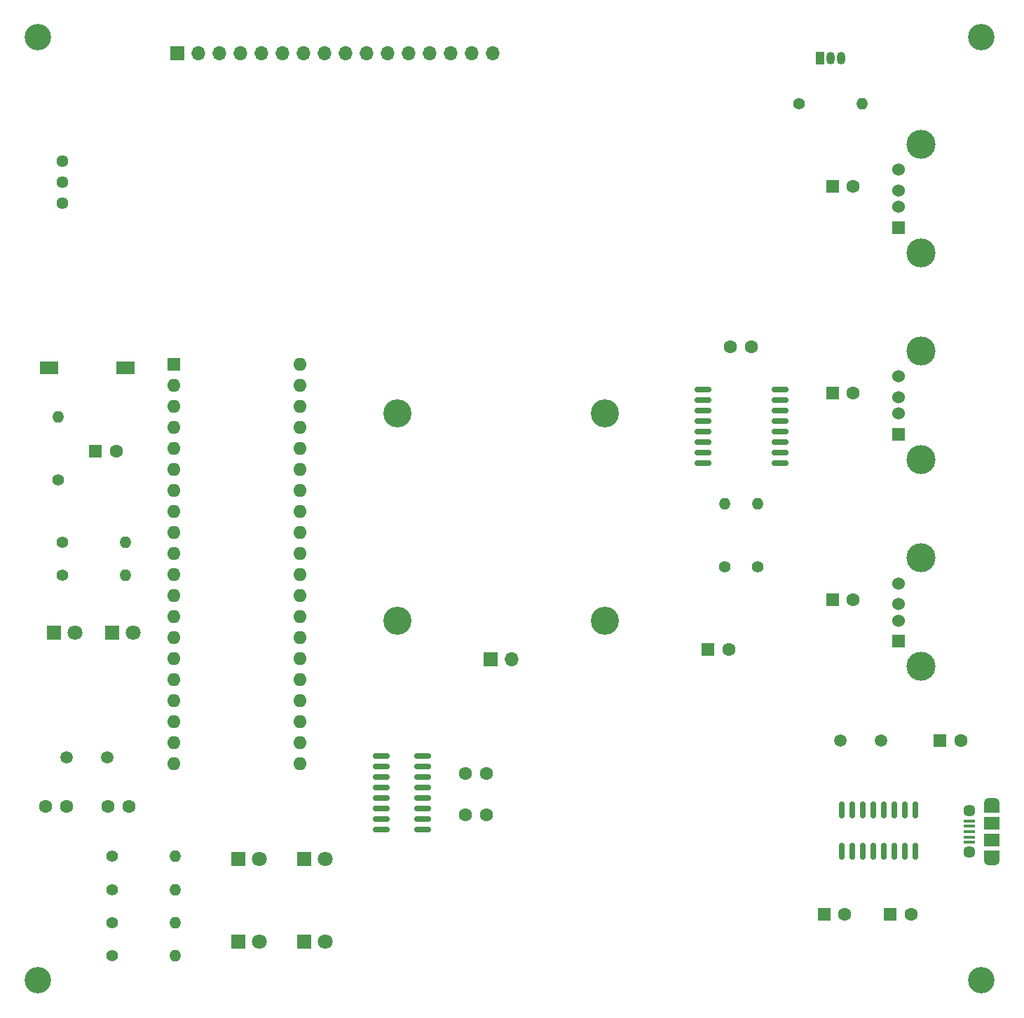
<source format=gbr>
%TF.GenerationSoftware,KiCad,Pcbnew,8.0.3*%
%TF.CreationDate,2024-06-21T15:41:34+08:00*%
%TF.ProjectId,pcb,7063622e-6b69-4636-9164-5f7063625858,rev?*%
%TF.SameCoordinates,Original*%
%TF.FileFunction,Soldermask,Top*%
%TF.FilePolarity,Negative*%
%FSLAX46Y46*%
G04 Gerber Fmt 4.6, Leading zero omitted, Abs format (unit mm)*
G04 Created by KiCad (PCBNEW 8.0.3) date 2024-06-21 15:41:34*
%MOMM*%
%LPD*%
G01*
G04 APERTURE LIST*
G04 Aperture macros list*
%AMRoundRect*
0 Rectangle with rounded corners*
0 $1 Rounding radius*
0 $2 $3 $4 $5 $6 $7 $8 $9 X,Y pos of 4 corners*
0 Add a 4 corners polygon primitive as box body*
4,1,4,$2,$3,$4,$5,$6,$7,$8,$9,$2,$3,0*
0 Add four circle primitives for the rounded corners*
1,1,$1+$1,$2,$3*
1,1,$1+$1,$4,$5*
1,1,$1+$1,$6,$7*
1,1,$1+$1,$8,$9*
0 Add four rect primitives between the rounded corners*
20,1,$1+$1,$2,$3,$4,$5,0*
20,1,$1+$1,$4,$5,$6,$7,0*
20,1,$1+$1,$6,$7,$8,$9,0*
20,1,$1+$1,$8,$9,$2,$3,0*%
G04 Aperture macros list end*
%ADD10R,1.600000X1.600000*%
%ADD11C,1.600000*%
%ADD12C,1.400000*%
%ADD13O,1.400000X1.400000*%
%ADD14R,1.050000X1.500000*%
%ADD15O,1.050000X1.500000*%
%ADD16R,1.800000X1.800000*%
%ADD17C,1.800000*%
%ADD18C,3.200000*%
%ADD19R,1.524000X1.524000*%
%ADD20C,1.524000*%
%ADD21C,3.500000*%
%ADD22R,1.700000X1.700000*%
%ADD23O,1.700000X1.700000*%
%ADD24RoundRect,0.150000X0.150000X-0.825000X0.150000X0.825000X-0.150000X0.825000X-0.150000X-0.825000X0*%
%ADD25C,1.500000*%
%ADD26RoundRect,0.150000X-0.825000X-0.150000X0.825000X-0.150000X0.825000X0.150000X-0.825000X0.150000X0*%
%ADD27R,1.350000X0.400000*%
%ADD28O,1.900000X1.200000*%
%ADD29R,1.900000X1.200000*%
%ADD30C,1.450000*%
%ADD31R,1.900000X1.500000*%
%ADD32RoundRect,0.150000X-0.875000X-0.150000X0.875000X-0.150000X0.875000X0.150000X-0.875000X0.150000X0*%
%ADD33C,1.440000*%
%ADD34R,2.180000X1.600000*%
%ADD35O,1.600000X1.600000*%
%ADD36C,3.400000*%
G04 APERTURE END LIST*
D10*
%TO.C,C6*%
X162000000Y-148000000D03*
D11*
X164500000Y-148000000D03*
%TD*%
D12*
%TO.C,R2*%
X154000000Y-106000000D03*
D13*
X154000000Y-98380000D03*
%TD*%
D10*
%TO.C,C5*%
X170000000Y-148000000D03*
D11*
X172500000Y-148000000D03*
%TD*%
%TO.C,C8*%
X75500000Y-135000000D03*
X78000000Y-135000000D03*
%TD*%
D14*
%TO.C,Q1*%
X161500000Y-44500000D03*
D15*
X162770000Y-44500000D03*
X164040000Y-44500000D03*
%TD*%
D16*
%TO.C,D4*%
X91235000Y-151340000D03*
D17*
X93775000Y-151340000D03*
%TD*%
D18*
%TO.C,H2*%
X181000000Y-42000000D03*
%TD*%
D16*
%TO.C,D1*%
X69000000Y-114000000D03*
D17*
X71540000Y-114000000D03*
%TD*%
D12*
%TO.C,R8*%
X76000000Y-145000000D03*
D13*
X83620000Y-145000000D03*
%TD*%
D12*
%TO.C,R7*%
X76000000Y-149000000D03*
D13*
X83620000Y-149000000D03*
%TD*%
D19*
%TO.C,J2*%
X171000000Y-65000000D03*
D20*
X171000000Y-62500000D03*
X171000000Y-60500000D03*
X171000000Y-58000000D03*
D21*
X173710000Y-68070000D03*
X173710000Y-54930000D03*
%TD*%
D12*
%TO.C,R5*%
X70000000Y-103000000D03*
D13*
X77620000Y-103000000D03*
%TD*%
D22*
%TO.C,U4*%
X83890000Y-43910000D03*
D23*
X86430000Y-43910000D03*
X88970000Y-43910000D03*
X91510000Y-43910000D03*
X94050000Y-43910000D03*
X96590000Y-43910000D03*
X99130000Y-43910000D03*
X101670000Y-43910000D03*
X104210000Y-43910000D03*
X106750000Y-43910000D03*
X109290000Y-43910000D03*
X111830000Y-43910000D03*
X114370000Y-43910000D03*
X116910000Y-43910000D03*
X119450000Y-43910000D03*
X121990000Y-43910000D03*
%TD*%
D10*
%TO.C,C2*%
X176000000Y-127000000D03*
D11*
X178500000Y-127000000D03*
%TD*%
D18*
%TO.C,H1*%
X67000000Y-42000000D03*
%TD*%
D24*
%TO.C,U3*%
X164160000Y-140340000D03*
X165430000Y-140340000D03*
X166700000Y-140340000D03*
X167970000Y-140340000D03*
X169240000Y-140340000D03*
X170510000Y-140340000D03*
X171780000Y-140340000D03*
X173050000Y-140340000D03*
X173050000Y-135390000D03*
X171780000Y-135390000D03*
X170510000Y-135390000D03*
X169240000Y-135390000D03*
X167970000Y-135390000D03*
X166700000Y-135390000D03*
X165430000Y-135390000D03*
X164160000Y-135390000D03*
%TD*%
D16*
%TO.C,D2*%
X76000000Y-114000000D03*
D17*
X78540000Y-114000000D03*
%TD*%
D10*
%TO.C,C12*%
X163000000Y-85000000D03*
D11*
X165500000Y-85000000D03*
%TD*%
%TO.C,C7*%
X68000000Y-135000000D03*
X70500000Y-135000000D03*
%TD*%
D25*
%TO.C,Y1*%
X70500000Y-129000000D03*
X75400000Y-129000000D03*
%TD*%
D26*
%TO.C,U5*%
X108555000Y-128835000D03*
X108555000Y-130105000D03*
X108555000Y-131375000D03*
X108555000Y-132645000D03*
X108555000Y-133915000D03*
X108555000Y-135185000D03*
X108555000Y-136455000D03*
X108555000Y-137725000D03*
X113505000Y-137725000D03*
X113505000Y-136455000D03*
X113505000Y-135185000D03*
X113505000Y-133915000D03*
X113505000Y-132645000D03*
X113505000Y-131375000D03*
X113505000Y-130105000D03*
X113505000Y-128835000D03*
%TD*%
D16*
%TO.C,D5*%
X99235000Y-141340000D03*
D17*
X101775000Y-141340000D03*
%TD*%
D27*
%TO.C,J1*%
X179537500Y-139300000D03*
X179537500Y-138650000D03*
X179537500Y-138000000D03*
X179537500Y-137350000D03*
X179537500Y-136700000D03*
D28*
X182237500Y-141500000D03*
D29*
X182237500Y-140900000D03*
D30*
X179537500Y-140500000D03*
D31*
X182237500Y-139000000D03*
X182237500Y-137000000D03*
D30*
X179537500Y-135500000D03*
D29*
X182237500Y-135100000D03*
D28*
X182237500Y-134500000D03*
%TD*%
D11*
%TO.C,C9*%
X118710000Y-136000000D03*
X121210000Y-136000000D03*
%TD*%
D12*
%TO.C,R6*%
X76000000Y-141000000D03*
D13*
X83620000Y-141000000D03*
%TD*%
D32*
%TO.C,U1*%
X147350000Y-84555000D03*
X147350000Y-85825000D03*
X147350000Y-87095000D03*
X147350000Y-88365000D03*
X147350000Y-89635000D03*
X147350000Y-90905000D03*
X147350000Y-92175000D03*
X147350000Y-93445000D03*
X156650000Y-93445000D03*
X156650000Y-92175000D03*
X156650000Y-90905000D03*
X156650000Y-89635000D03*
X156650000Y-88365000D03*
X156650000Y-87095000D03*
X156650000Y-85825000D03*
X156650000Y-84555000D03*
%TD*%
D18*
%TO.C,H4*%
X67000000Y-156000000D03*
%TD*%
D33*
%TO.C,RV1*%
X70000000Y-57000000D03*
X70000000Y-59540000D03*
X70000000Y-62080000D03*
%TD*%
D10*
%TO.C,C11*%
X163000000Y-60000000D03*
D11*
X165500000Y-60000000D03*
%TD*%
D12*
%TO.C,R9*%
X76000000Y-153000000D03*
D13*
X83620000Y-153000000D03*
%TD*%
D10*
%TO.C,C13*%
X163000000Y-110000000D03*
D11*
X165500000Y-110000000D03*
%TD*%
D10*
%TO.C,C4*%
X74000000Y-92000000D03*
D11*
X76500000Y-92000000D03*
%TD*%
D16*
%TO.C,D6*%
X99235000Y-151340000D03*
D17*
X101775000Y-151340000D03*
%TD*%
D11*
%TO.C,C10*%
X118710000Y-131000000D03*
X121210000Y-131000000D03*
%TD*%
D12*
%TO.C,R4*%
X70000000Y-107000000D03*
D13*
X77620000Y-107000000D03*
%TD*%
D34*
%TO.C,SW1*%
X68410000Y-82000000D03*
X77590000Y-82000000D03*
%TD*%
D16*
%TO.C,D3*%
X91235000Y-141340000D03*
D17*
X93775000Y-141340000D03*
%TD*%
D12*
%TO.C,R3*%
X69500000Y-95500000D03*
D13*
X69500000Y-87880000D03*
%TD*%
D19*
%TO.C,J4*%
X171000000Y-115000000D03*
D20*
X171000000Y-112500000D03*
X171000000Y-110500000D03*
X171000000Y-108000000D03*
D21*
X173710000Y-118070000D03*
X173710000Y-104930000D03*
%TD*%
D10*
%TO.C,C3*%
X148000000Y-116000000D03*
D11*
X150500000Y-116000000D03*
%TD*%
D10*
%TO.C,U2*%
X83440000Y-81520000D03*
D35*
X83440000Y-84060000D03*
X83440000Y-86600000D03*
X83440000Y-89140000D03*
X83440000Y-91680000D03*
X83440000Y-94220000D03*
X83440000Y-96760000D03*
X83440000Y-99300000D03*
X83440000Y-101840000D03*
X83440000Y-104380000D03*
X83440000Y-106920000D03*
X83440000Y-109460000D03*
X83440000Y-112000000D03*
X83440000Y-114540000D03*
X83440000Y-117080000D03*
X83440000Y-119620000D03*
X83440000Y-122160000D03*
X83440000Y-124700000D03*
X83440000Y-127240000D03*
X83440000Y-129780000D03*
X98680000Y-129780000D03*
X98680000Y-127240000D03*
X98680000Y-124700000D03*
X98680000Y-122160000D03*
X98680000Y-119620000D03*
X98680000Y-117080000D03*
X98680000Y-114540000D03*
X98680000Y-112000000D03*
X98680000Y-109460000D03*
X98680000Y-106920000D03*
X98680000Y-104380000D03*
X98680000Y-101840000D03*
X98680000Y-99300000D03*
X98680000Y-96760000D03*
X98680000Y-94220000D03*
X98680000Y-91680000D03*
X98680000Y-89140000D03*
X98680000Y-86600000D03*
X98680000Y-84060000D03*
X98680000Y-81520000D03*
%TD*%
D36*
%TO.C,M1*%
X110500000Y-87500000D03*
X110500000Y-112500000D03*
X135500000Y-87500000D03*
X135500000Y-112500000D03*
D22*
X121690000Y-117200000D03*
D23*
X124230000Y-117200000D03*
%TD*%
D18*
%TO.C,H3*%
X181000000Y-156000000D03*
%TD*%
D12*
%TO.C,R10*%
X159000000Y-50000000D03*
D13*
X166620000Y-50000000D03*
%TD*%
D12*
%TO.C,R1*%
X150000000Y-106000000D03*
D13*
X150000000Y-98380000D03*
%TD*%
D25*
%TO.C,Y2*%
X164000000Y-127000000D03*
X168900000Y-127000000D03*
%TD*%
D11*
%TO.C,C1*%
X150700000Y-79450000D03*
X153200000Y-79450000D03*
%TD*%
D19*
%TO.C,J3*%
X171000000Y-90000000D03*
D20*
X171000000Y-87500000D03*
X171000000Y-85500000D03*
X171000000Y-83000000D03*
D21*
X173710000Y-93070000D03*
X173710000Y-79930000D03*
%TD*%
M02*

</source>
